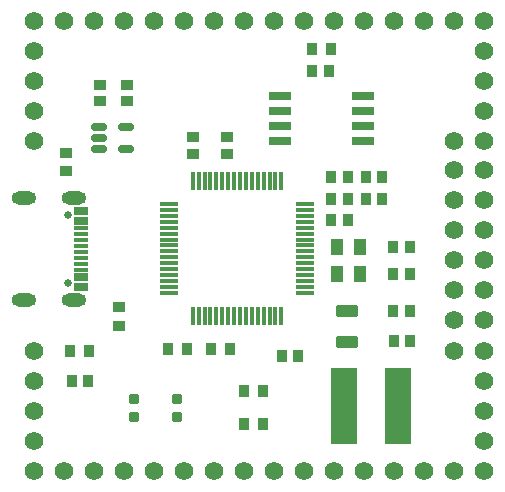
<source format=gbr>
%TF.GenerationSoftware,KiCad,Pcbnew,(6.0.6)*%
%TF.CreationDate,2024-09-09T22:51:05-04:00*%
%TF.ProjectId,ta-expt-v2,74612d65-7870-4742-9d76-322e6b696361,rev?*%
%TF.SameCoordinates,Original*%
%TF.FileFunction,Soldermask,Top*%
%TF.FilePolarity,Negative*%
%FSLAX46Y46*%
G04 Gerber Fmt 4.6, Leading zero omitted, Abs format (unit mm)*
G04 Created by KiCad (PCBNEW (6.0.6)) date 2024-09-09 22:51:05*
%MOMM*%
%LPD*%
G01*
G04 APERTURE LIST*
G04 Aperture macros list*
%AMRoundRect*
0 Rectangle with rounded corners*
0 $1 Rounding radius*
0 $2 $3 $4 $5 $6 $7 $8 $9 X,Y pos of 4 corners*
0 Add a 4 corners polygon primitive as box body*
4,1,4,$2,$3,$4,$5,$6,$7,$8,$9,$2,$3,0*
0 Add four circle primitives for the rounded corners*
1,1,$1+$1,$2,$3*
1,1,$1+$1,$4,$5*
1,1,$1+$1,$6,$7*
1,1,$1+$1,$8,$9*
0 Add four rect primitives between the rounded corners*
20,1,$1+$1,$2,$3,$4,$5,0*
20,1,$1+$1,$4,$5,$6,$7,0*
20,1,$1+$1,$6,$7,$8,$9,0*
20,1,$1+$1,$8,$9,$2,$3,0*%
G04 Aperture macros list end*
%ADD10RoundRect,0.012700X0.350000X0.500000X-0.350000X0.500000X-0.350000X-0.500000X0.350000X-0.500000X0*%
%ADD11C,0.675400*%
%ADD12RoundRect,0.050800X-0.575000X0.287500X-0.575000X-0.287500X0.575000X-0.287500X0.575000X0.287500X0*%
%ADD13RoundRect,0.050800X-0.575000X0.137500X-0.575000X-0.137500X0.575000X-0.137500X0.575000X0.137500X0*%
%ADD14O,2.101600X1.101600*%
%ADD15RoundRect,0.012700X0.500000X-0.350000X0.500000X0.350000X-0.500000X0.350000X-0.500000X-0.350000X0*%
%ADD16RoundRect,0.012700X-0.400000X-0.500000X0.400000X-0.500000X0.400000X0.500000X-0.400000X0.500000X0*%
%ADD17RoundRect,0.012700X0.350000X0.350000X-0.350000X0.350000X-0.350000X-0.350000X0.350000X-0.350000X0*%
%ADD18RoundRect,0.012700X-0.350000X-0.500000X0.350000X-0.500000X0.350000X0.500000X-0.350000X0.500000X0*%
%ADD19RoundRect,0.012700X0.850000X-0.450000X0.850000X0.450000X-0.850000X0.450000X-0.850000X-0.450000X0*%
%ADD20RoundRect,0.012700X0.500000X0.600000X-0.500000X0.600000X-0.500000X-0.600000X0.500000X-0.600000X0*%
%ADD21RoundRect,0.162700X-0.512500X-0.150000X0.512500X-0.150000X0.512500X0.150000X-0.512500X0.150000X0*%
%ADD22RoundRect,0.012700X-0.730000X0.125000X-0.730000X-0.125000X0.730000X-0.125000X0.730000X0.125000X0*%
%ADD23RoundRect,0.012700X0.125000X0.730000X-0.125000X0.730000X-0.125000X-0.730000X0.125000X-0.730000X0*%
%ADD24C,1.565400*%
%ADD25RoundRect,0.012700X-0.500000X0.350000X-0.500000X-0.350000X0.500000X-0.350000X0.500000X0.350000X0*%
%ADD26RoundRect,0.012700X0.875000X-0.300000X0.875000X0.300000X-0.875000X0.300000X-0.875000X-0.300000X0*%
%ADD27RoundRect,0.012700X-0.350000X-0.470000X0.350000X-0.470000X0.350000X0.470000X-0.350000X0.470000X0*%
%ADD28RoundRect,0.012700X-1.100000X-3.200000X1.100000X-3.200000X1.100000X3.200000X-1.100000X3.200000X0*%
G04 APERTURE END LIST*
D10*
%TO.C,C14*%
X160923200Y-93167200D03*
X159523200Y-93167200D03*
%TD*%
D11*
%TO.C,J9*%
X138839995Y-105367800D03*
X138839995Y-111147800D03*
D12*
X139915006Y-105057804D03*
X139915006Y-105857802D03*
D13*
X139914995Y-107007800D03*
X139914995Y-108007800D03*
X139914995Y-108507800D03*
X139914995Y-109507800D03*
D12*
X139915006Y-111457791D03*
X139915006Y-110657792D03*
D13*
X139914995Y-110007800D03*
X139914995Y-109007800D03*
X139914995Y-107507800D03*
X139914995Y-106507800D03*
D14*
X139339995Y-103937800D03*
X139339995Y-112577800D03*
X135159995Y-103937800D03*
X135159995Y-112577800D03*
%TD*%
D15*
%TO.C,C17*%
X143814800Y-95746800D03*
X143814800Y-94346800D03*
%TD*%
D16*
%TO.C,FB1*%
X139001600Y-116890800D03*
X140601600Y-116890800D03*
%TD*%
D17*
%TO.C,LED1*%
X144475200Y-122466800D03*
X144475200Y-120966800D03*
%TD*%
D18*
%TO.C,C11*%
X166381200Y-110337600D03*
X167781200Y-110337600D03*
%TD*%
%TO.C,C5*%
X161148800Y-102158800D03*
X162548800Y-102158800D03*
%TD*%
%TO.C,C6*%
X161148800Y-104038400D03*
X162548800Y-104038400D03*
%TD*%
D19*
%TO.C,Y2*%
X162509200Y-116083000D03*
X162509200Y-113533000D03*
%TD*%
D18*
%TO.C,C9*%
X161148800Y-105816400D03*
X162548800Y-105816400D03*
%TD*%
D20*
%TO.C,Y1*%
X163560800Y-110370000D03*
X163560800Y-108070000D03*
X161660800Y-108070000D03*
X161660800Y-110370000D03*
%TD*%
D18*
%TO.C,C13*%
X166432000Y-116078000D03*
X167832000Y-116078000D03*
%TD*%
D21*
%TO.C,U1*%
X141508900Y-97906800D03*
X141508900Y-98856800D03*
X141508900Y-99806800D03*
X143783900Y-99806800D03*
X143783900Y-97906800D03*
%TD*%
D15*
%TO.C,R7*%
X143154400Y-114744400D03*
X143154400Y-113144400D03*
%TD*%
D22*
%TO.C,IC1*%
X158900000Y-111954000D03*
X158900000Y-111454000D03*
X158900000Y-110954000D03*
X158900000Y-110454000D03*
X158900000Y-109954000D03*
X158900000Y-109454000D03*
X158900000Y-108954000D03*
X158900000Y-108454000D03*
X158900000Y-107954000D03*
X158900000Y-107454000D03*
X158900000Y-106954000D03*
X158900000Y-106454000D03*
X158900000Y-105954000D03*
X158900000Y-105454000D03*
X158900000Y-104954000D03*
X158900000Y-104454000D03*
D23*
X156912000Y-102466000D03*
X156412000Y-102466000D03*
X155912000Y-102466000D03*
X155412000Y-102466000D03*
X154912000Y-102466000D03*
X154412000Y-102466000D03*
X153912000Y-102466000D03*
X153412000Y-102466000D03*
X152912000Y-102466000D03*
X152412000Y-102466000D03*
X151912000Y-102466000D03*
X151412000Y-102466000D03*
X150912000Y-102466000D03*
X150412000Y-102466000D03*
X149912000Y-102466000D03*
X149412000Y-102466000D03*
D22*
X147424000Y-104454000D03*
X147424000Y-104954000D03*
X147424000Y-105454000D03*
X147424000Y-105954000D03*
X147424000Y-106454000D03*
X147424000Y-106954000D03*
X147424000Y-107454000D03*
X147424000Y-107954000D03*
X147424000Y-108454000D03*
X147424000Y-108954000D03*
X147424000Y-109454000D03*
X147424000Y-109954000D03*
X147424000Y-110454000D03*
X147424000Y-110954000D03*
X147424000Y-111454000D03*
X147424000Y-111954000D03*
D23*
X149412000Y-113942000D03*
X149912000Y-113942000D03*
X150412000Y-113942000D03*
X150912000Y-113942000D03*
X151412000Y-113942000D03*
X151912000Y-113942000D03*
X152412000Y-113942000D03*
X152912000Y-113942000D03*
X153412000Y-113942000D03*
X153912000Y-113942000D03*
X154412000Y-113942000D03*
X154912000Y-113942000D03*
X155412000Y-113942000D03*
X155912000Y-113942000D03*
X156412000Y-113942000D03*
X156912000Y-113942000D03*
%TD*%
D18*
%TO.C,R3*%
X153746400Y-120243600D03*
X155346400Y-120243600D03*
%TD*%
D10*
%TO.C,R2*%
X152552400Y-116687600D03*
X150952400Y-116687600D03*
%TD*%
%TO.C,R1*%
X148945600Y-116687600D03*
X147345600Y-116687600D03*
%TD*%
D24*
%TO.C,J1*%
X135950000Y-88950000D03*
X138490000Y-88950000D03*
X141030000Y-88950000D03*
X143570000Y-88950000D03*
X146110000Y-88950000D03*
X148650000Y-88950000D03*
X151190000Y-88950000D03*
X153730000Y-88950000D03*
X156270000Y-88950000D03*
X158810000Y-88950000D03*
X161350000Y-88950000D03*
X163890000Y-88950000D03*
X166430000Y-88950000D03*
X168970000Y-88950000D03*
X171510000Y-88950000D03*
X174050000Y-88950000D03*
%TD*%
D25*
%TO.C,C16*%
X141528800Y-94346800D03*
X141528800Y-95746800D03*
%TD*%
D26*
%TO.C,IC2*%
X156792800Y-95275400D03*
X156792800Y-96545400D03*
X156792800Y-97815400D03*
X156792800Y-99085400D03*
X163856800Y-99085400D03*
X163856800Y-97815400D03*
X163856800Y-96545400D03*
X163856800Y-95275400D03*
%TD*%
D27*
%TO.C,C8*%
X164044400Y-102158800D03*
X165444400Y-102158800D03*
%TD*%
D17*
%TO.C,LED2*%
X148082000Y-122466800D03*
X148082000Y-120966800D03*
%TD*%
D28*
%TO.C,C15*%
X162190400Y-121564400D03*
X166790400Y-121564400D03*
%TD*%
D10*
%TO.C,R5*%
X161086800Y-91338400D03*
X159486800Y-91338400D03*
%TD*%
D18*
%TO.C,C12*%
X166381200Y-113538000D03*
X167781200Y-113538000D03*
%TD*%
D24*
%TO.C,J4*%
X135950000Y-116890000D03*
X135950000Y-119430000D03*
X135950000Y-121970000D03*
X135950000Y-124510000D03*
%TD*%
D15*
%TO.C,C2*%
X149402800Y-100166400D03*
X149402800Y-98766400D03*
%TD*%
D10*
%TO.C,C1*%
X140552400Y-119430800D03*
X139152400Y-119430800D03*
%TD*%
%TO.C,R4*%
X155346400Y-123037600D03*
X153746400Y-123037600D03*
%TD*%
D24*
%TO.C,J8*%
X174040800Y-114300000D03*
X171500800Y-114300000D03*
X174040800Y-111760000D03*
X171500800Y-111760000D03*
X174040800Y-109220000D03*
X171500800Y-109220000D03*
X174040800Y-106680000D03*
X171500800Y-106680000D03*
X174040800Y-104140000D03*
X171500800Y-104140000D03*
X174040800Y-101600000D03*
X171500800Y-101600000D03*
%TD*%
%TO.C,J3*%
X135950000Y-99110000D03*
X135950000Y-96570000D03*
X135950000Y-94030000D03*
X135950000Y-91490000D03*
%TD*%
D18*
%TO.C,C10*%
X166381200Y-108051600D03*
X167781200Y-108051600D03*
%TD*%
%TO.C,C4*%
X156932400Y-117348000D03*
X158332400Y-117348000D03*
%TD*%
D24*
%TO.C,J5*%
X171510000Y-99110000D03*
X174050000Y-99110000D03*
X174050000Y-96570000D03*
X174050000Y-94030000D03*
X174050000Y-91490000D03*
%TD*%
%TO.C,J2*%
X135950000Y-127050000D03*
X138490000Y-127050000D03*
X141030000Y-127050000D03*
X143570000Y-127050000D03*
X146110000Y-127050000D03*
X148650000Y-127050000D03*
X151190000Y-127050000D03*
X153730000Y-127050000D03*
X156270000Y-127050000D03*
X158810000Y-127050000D03*
X161350000Y-127050000D03*
X163890000Y-127050000D03*
X166430000Y-127050000D03*
X168970000Y-127050000D03*
X171510000Y-127050000D03*
X174050000Y-127050000D03*
%TD*%
D18*
%TO.C,C7*%
X164044400Y-104038400D03*
X165444400Y-104038400D03*
%TD*%
D25*
%TO.C,R6*%
X138684000Y-100088800D03*
X138684000Y-101688800D03*
%TD*%
D15*
%TO.C,C3*%
X152298400Y-100166400D03*
X152298400Y-98766400D03*
%TD*%
D24*
%TO.C,J6*%
X171500000Y-116890000D03*
X174040000Y-116890000D03*
X174040000Y-119430000D03*
X174040000Y-121970000D03*
X174040000Y-124510000D03*
%TD*%
M02*

</source>
